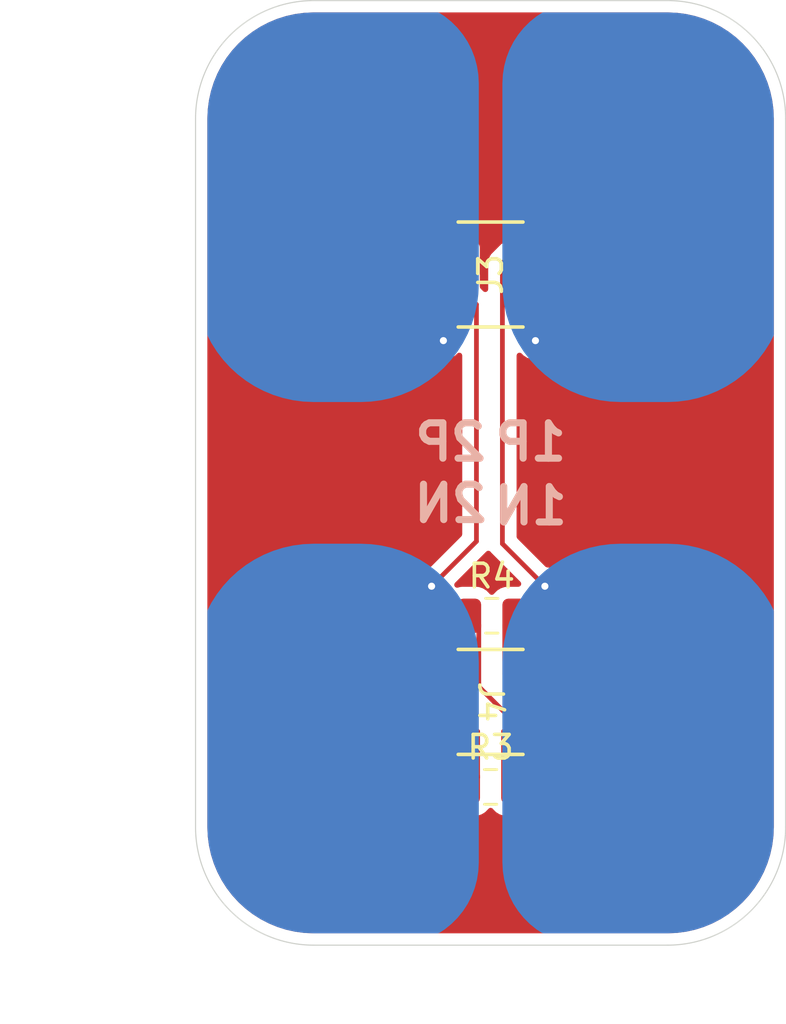
<source format=kicad_pcb>
(kicad_pcb (version 20240108) (generator "pcbnew") (generator_version "8.0")
  (layers (0 "F.Cu" signal) (31 "B.Cu" signal) (34 "B.Paste" user) (35 "F.Paste" user) (36 "B.SilkS" user "B.Silkscreen") (37 "F.SilkS" user "F.Silkscreen") (38 "B.Mask" user) (39 "F.Mask" user) (44 "Edge.Cuts" user))
  (net 0 "")
  (net 1 "IN1P_E")
  (net 2 "IN2N_E")
  (net 3 "IN1N_E")
  (net 4 "IN2P_E")
  (net 5 "RLD_E")
  (net 6 "GPIO1E")
  (net 7 "VDD")
  (net 8 "GPIO2E")
  (footprint "Capacitor_SMD:C_0805_2012Metric" (layer "F.Cu") (at 147.55 94.05)
    (property "Reference" "R4" (at 0 -1.68 0) (layer "F.SilkS"))
    (property "Value" "1k")
    (fp_line (start -0.261252 -0.735) (end 0.261252 -0.735) (stroke (width 0.12)) (layer "F.SilkS"))
    (fp_line (start -0.261252 0.735) (end 0.261252 0.735) (stroke (width 0.12)) (layer "F.SilkS"))
    (pad "1" smd roundrect (at -0.95 0) (size 1 1.45) (layers "F.Cu" "F.Paste" "F.Mask") (net 7 "VDD"))
    (pad "2" smd roundrect (at 0.95 0) (size 1 1.45) (layers "F.Cu" "F.Paste" "F.Mask") (net 6 "GPIO1E"))
  )
  (footprint "SEMG:CONN8_505004-0812_MOL" (layer "F.Cu") (at 147.5 79.6 90)
    (property "Reference" "J3" (at 0 0 90) (layer "F.SilkS"))
    (property "Value" "5050040812")
    (fp_line (start 2.2225 -1.3716) (end 2.2225 1.3716) (stroke (width 0.1524)) (layer "F.SilkS"))
    (fp_line (start -2.2225 1.3716) (end -2.2225 -1.3716) (stroke (width 0.1524)) (layer "F.SilkS"))
    (pad "1" smd rect (at 0.8 -1.2 90) (size 0.5842 0.4826) (layers "F.Cu" "F.Paste" "F.Mask") (net 4 "IN2P_E"))
    (pad "2" smd rect (at 0.2032 -1.2 90) (size 0.2794 0.4826) (layers "F.Cu" "F.Paste" "F.Mask"))
    (pad "3" smd rect (at -0.2032 -1.2 90) (size 0.2794 0.4826) (layers "F.Cu" "F.Paste" "F.Mask"))
    (pad "4" smd rect (at -0.8 -1.2 90) (size 0.5842 0.4826) (layers "F.Cu" "F.Paste" "F.Mask") (net 2 "IN2N_E"))
    (pad "5" smd rect (at 0.8 1.2 90) (size 0.5842 0.4826) (layers "F.Cu" "F.Paste" "F.Mask") (net 3 "IN1N_E"))
    (pad "6" smd rect (at 0.2032 1.2 90) (size 0.2794 0.4826) (layers "F.Cu" "F.Paste" "F.Mask"))
    (pad "7" smd rect (at -0.2032 1.2 90) (size 0.2794 0.4826) (layers "F.Cu" "F.Paste" "F.Mask") (net 5 "RLD_E"))
    (pad "8" smd rect (at -0.8 1.2 90) (size 0.5842 0.4826) (layers "F.Cu" "F.Paste" "F.Mask") (net 1 "IN1P_E"))
    (pad "9" smd rect (at 1.530003 -1.2762 90) (size 0.4826 0.3302) (layers "F.Cu" "F.Paste" "F.Mask"))
    (pad "10" smd rect (at -1.530003 -1.2762 90) (size 0.4826 0.3302) (layers "F.Cu" "F.Paste" "F.Mask"))
    (pad "11" smd rect (at 1.530003 1.2762 90) (size 0.4826 0.3302) (layers "F.Cu" "F.Paste" "F.Mask"))
    (pad "12" smd rect (at -1.530003 1.2762 90) (size 0.4826 0.3302) (layers "F.Cu" "F.Paste" "F.Mask"))
  )
  (footprint "SEMG:CONN8_505004-0812_MOL" (layer "F.Cu") (at 147.5 97.7 -90)
    (property "Reference" "J4" (at 0 0 -90) (layer "F.SilkS"))
    (property "Value" "5050040812")
    (fp_line (start -2.2225 1.3716) (end -2.2225 -1.3716) (stroke (width 0.1524)) (layer "F.SilkS"))
    (fp_line (start 2.2225 -1.3716) (end 2.2225 1.3716) (stroke (width 0.1524)) (layer "F.SilkS"))
    (pad "1" smd rect (at 0.8 -1.2 270) (size 0.5842 0.4826) (layers "F.Cu" "F.Paste" "F.Mask") (net 7 "VDD"))
    (pad "2" smd rect (at 0.2032 -1.2 270) (size 0.2794 0.4826) (layers "F.Cu" "F.Paste" "F.Mask"))
    (pad "3" smd rect (at -0.2032 -1.2 270) (size 0.2794 0.4826) (layers "F.Cu" "F.Paste" "F.Mask"))
    (pad "4" smd rect (at -0.8 -1.2 270) (size 0.5842 0.4826) (layers "F.Cu" "F.Paste" "F.Mask") (net 6 "GPIO1E"))
    (pad "5" smd rect (at 0.8 1.2 270) (size 0.5842 0.4826) (layers "F.Cu" "F.Paste" "F.Mask") (net 8 "GPIO2E"))
    (pad "6" smd rect (at 0.2032 1.2 270) (size 0.2794 0.4826) (layers "F.Cu" "F.Paste" "F.Mask"))
    (pad "7" smd rect (at -0.2032 1.2 270) (size 0.2794 0.4826) (layers "F.Cu" "F.Paste" "F.Mask"))
    (pad "8" smd rect (at -0.8 1.2 270) (size 0.5842 0.4826) (layers "F.Cu" "F.Paste" "F.Mask"))
    (pad "9" smd rect (at 1.530003 -1.2762 270) (size 0.4826 0.3302) (layers "F.Cu" "F.Paste" "F.Mask"))
    (pad "10" smd rect (at -1.530003 -1.2762 270) (size 0.4826 0.3302) (layers "F.Cu" "F.Paste" "F.Mask"))
    (pad "11" smd rect (at 1.530003 1.2762 270) (size 0.4826 0.3302) (layers "F.Cu" "F.Paste" "F.Mask"))
    (pad "12" smd rect (at -1.530003 1.2762 270) (size 0.4826 0.3302) (layers "F.Cu" "F.Paste" "F.Mask"))
  )
  (footprint "Capacitor_SMD:C_0805_2012Metric" (layer "F.Cu") (at 147.5 101.3)
    (property "Reference" "R3" (at 0 -1.68 0) (layer "F.SilkS"))
    (property "Value" "1k")
    (fp_line (start -0.261252 -0.735) (end 0.261252 -0.735) (stroke (width 0.12)) (layer "F.SilkS"))
    (fp_line (start -0.261252 0.735) (end 0.261252 0.735) (stroke (width 0.12)) (layer "F.SilkS"))
    (pad "1" smd roundrect (at -0.95 0) (size 1 1.45) (layers "F.Cu" "F.Paste" "F.Mask") (net 8 "GPIO2E"))
    (pad "2" smd roundrect (at 0.95 0) (size 1 1.45) (layers "F.Cu" "F.Paste" "F.Mask") (net 7 "VDD"))
  )
  (gr_line (start 160 103) (end 160 73) (stroke (width 0.05)) (layer "Edge.Cuts"))
  (gr_line (start 140 108) (end 155 108) (stroke (width 0.05)) (layer "Edge.Cuts"))
  (gr_arc (start 135 73) (mid 136.464466 69.464466) (end 140 68) (stroke (width 0.05)) (layer "Edge.Cuts"))
  (gr_line (start 155 68) (end 140 68) (stroke (width 0.05)) (layer "Edge.Cuts"))
  (gr_arc (start 160 103) (mid 158.535534 106.535534) (end 155 108) (stroke (width 0.05)) (layer "Edge.Cuts"))
  (gr_arc (start 140 108) (mid 136.464466 106.535534) (end 135 103) (stroke (width 0.05)) (layer "Edge.Cuts"))
  (gr_arc (start 155 68) (mid 158.535534 69.464466) (end 160 73) (stroke (width 0.05)) (layer "Edge.Cuts"))
  (gr_line (start 135 73) (end 135 103) (stroke (width 0.05)) (layer "Edge.Cuts"))
  (gr_text "2P" (at 145.8 86.7 -0) (layer "B.SilkS") (effects (font (size 1.5 1.5) (thickness 0.3) (bold yes)) (justify mirror)))
  (gr_text "1N\n" (at 149.2 89.4 -0) (layer "B.SilkS") (effects (font (size 1.5 1.5) (thickness 0.3) (bold yes)) (justify mirror)))
  (gr_text "1P" (at 149.2 86.7 -0) (layer "B.SilkS") (effects (font (size 1.5 1.5) (thickness 0.3) (bold yes)) (justify mirror)))
  (gr_text "2N" (at 145.8 89.3 -0) (layer "B.SilkS") (effects (font (size 1.5 1.5) (thickness 0.3) (bold yes)) (justify mirror)))
  (segment (start 149.4 80.747403) (end 149.052597 80.4) (width 0.2) (layer "F.Cu") (net 1))
  (segment (start 149.052597 80.4) (end 148.57 80.4) (width 0.2) (layer "F.Cu") (net 1))
  (segment (start 149.4 82.4) (end 149.4 80.747403) (width 0.2) (layer "F.Cu") (net 1))
  (via (at 149.4 82.4) (size 0.6) (drill 0.3) (layers "F.Cu" "B.Cu") (net 1))
  (segment (start 149.4 82.4) (end 149.4 82) (width 0.2) (layer "B.Cu") (net 1))
  (segment (start 149.4 82) (end 151.2 80.2) (width 0.2) (layer "B.Cu") (net 1))
  (segment (start 146.9 80.87) (end 146.43 80.4) (width 0.2) (layer "F.Cu") (net 2))
  (segment (start 145 92.8) (end 146.9 90.9) (width 0.2) (layer "F.Cu") (net 2))
  (segment (start 146.9 90.9) (end 146.9 80.87) (width 0.2) (layer "F.Cu") (net 2))
  (via (at 145 92.8) (size 0.6) (drill 0.3) (layers "F.Cu" "B.Cu") (net 2))
  (segment (start 145 92.8) (end 143.4 94.4) (width 0.2) (layer "B.Cu") (net 2))
  (segment (start 143.4 94.4) (end 142.8 94.4) (width 0.2) (layer "B.Cu") (net 2))
  (segment (start 148 79.1158) (end 148.3158 78.8) (width 0.2) (layer "F.Cu") (net 3))
  (segment (start 149.8 92.8) (end 148 91) (width 0.2) (layer "F.Cu") (net 3))
  (segment (start 148.3158 78.8) (end 148.57 78.8) (width 0.2) (layer "F.Cu") (net 3))
  (segment (start 148 91) (end 148 79.1158) (width 0.2) (layer "F.Cu") (net 3))
  (via (at 149.8 92.8) (size 0.6) (drill 0.3) (layers "F.Cu" "B.Cu") (net 3))
  (segment (start 150.85 93.85) (end 151.15 93.85) (width 0.2) (layer "B.Cu") (net 3))
  (segment (start 149.8 92.8) (end 150.85 93.85) (width 0.2) (layer "B.Cu") (net 3))
  (segment (start 145.5 82.4) (end 145.5 79.2158) (width 0.2) (layer "F.Cu") (net 4))
  (segment (start 145.5 79.2158) (end 145.9158 78.8) (width 0.2) (layer "F.Cu") (net 4))
  (segment (start 145.9158 78.8) (end 146.43 78.8) (width 0.2) (layer "F.Cu") (net 4))
  (via (at 145.5 82.4) (size 0.6) (drill 0.3) (layers "F.Cu" "B.Cu") (net 4))
  (segment (start 144 80.9) (end 142.85 80.9) (width 0.2) (layer "B.Cu") (net 4))
  (segment (start 145.5 82.4) (end 144 80.9) (width 0.2) (layer "B.Cu") (net 4))
  (segment (start 148.5 94.05) (end 148.1 94.45) (width 0.2) (layer "F.Cu") (net 6))
  (segment (start 148.499803 96.9) (end 148.7 96.9) (width 0.2) (layer "F.Cu") (net 6))
  (segment (start 148.1 96.500197) (end 148.499803 96.9) (width 0.2) (layer "F.Cu") (net 6))
  (segment (start 148.1 94.45) (end 148.1 96.500197) (width 0.2) (layer "F.Cu") (net 6))
  (segment (start 147 97.05) (end 148.45 98.5) (width 0.2) (layer "F.Cu") (net 7))
  (segment (start 147 94.45) (end 147 97.05) (width 0.2) (layer "F.Cu") (net 7))
  (segment (start 148.05 98.949803) (end 148.05 100.9) (width 0.2) (layer "F.Cu") (net 7))
  (segment (start 148.499803 98.5) (end 148.05 98.949803) (width 0.2) (layer "F.Cu") (net 7))
  (segment (start 148.7 98.5) (end 148.499803 98.5) (width 0.2) (layer "F.Cu") (net 7))
  (segment (start 148.45 98.5) (end 148.7 98.5) (width 0.2) (layer "F.Cu") (net 7))
  (segment (start 148.05 100.9) (end 148.45 101.3) (width 0.2) (layer "F.Cu") (net 7))
  (segment (start 146.6 94.05) (end 147 94.45) (width 0.2) (layer "F.Cu") (net 7))
  (segment (start 146.95 100.9) (end 146.95 98.949803) (width 0.2) (layer "F.Cu") (net 8))
  (segment (start 146.55 101.3) (end 146.95 100.9) (width 0.2) (layer "F.Cu") (net 8))
  (segment (start 146.500197 98.5) (end 146.3 98.5) (width 0.2) (layer "F.Cu") (net 8))
  (segment (start 146.95 98.949803) (end 146.500197 98.5) (width 0.2) (layer "F.Cu") (net 8))
  (zone (net 0) (net_name "") (layer "F.Cu") (connect_pads (clearance 0.5)) (min_thickness 0.25) (fill yes (thermal_gap 0.5) (thermal_bridge_width 0.5))
    (polygon (pts (xy 135 68) (xy 135 108) (xy 160 108) (xy 160 68)))
  )
  (zone (net 3) (net_name "IN1N_E") (layer "B.Cu") (priority 1) (connect_pads (clearance 0)) (min_thickness 0.25) (fill yes (thermal_gap 0.5) (thermal_bridge_width 0.5) (smoothing fillet) (radius 5))
    (polygon (pts (xy 160 108) (xy 148 108) (xy 148 91) (xy 160 91)))
  )
  (zone (net 2) (net_name "IN2N_E") (layer "B.Cu") (priority 4) (connect_pads (clearance 0)) (min_thickness 0.25) (fill yes (thermal_gap 0.5) (thermal_bridge_width 0.5) (smoothing fillet) (radius 5))
    (polygon (pts (xy 135 108) (xy 147 108) (xy 147 91) (xy 135 91)))
  )
  (zone (net 1) (net_name "IN1P_E") (layer "B.Cu") (priority 2) (connect_pads (clearance 0)) (min_thickness 0.25) (fill yes (thermal_gap 0.5) (thermal_bridge_width 0.5) (smoothing fillet) (radius 5))
    (polygon (pts (xy 160 68) (xy 160 85) (xy 148 85) (xy 148 68)))
  )
  (zone (net 4) (net_name "IN2P_E") (layer "B.Cu") (priority 3) (connect_pads (clearance 0)) (min_thickness 0.25) (fill yes (thermal_gap 0.5) (thermal_bridge_width 0.5) (smoothing fillet) (radius 5))
    (polygon (pts (xy 135 68) (xy 135 85) (xy 147 85) (xy 147 68)))
  )
)
</source>
